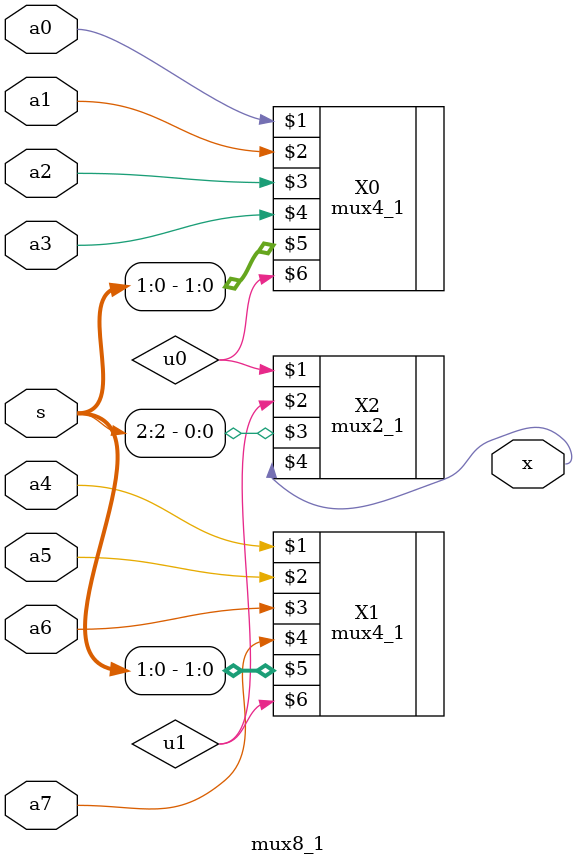
<source format=v>
`timescale 1ns / 1ps
module mux8_1(
    input a0,
    input a1,
    input a2,
    input a3,
    input a4,
    input a5,
    input a6,
    input a7,
    input [2:0] s,
    output x
    );
wire u0,u1;
	 
mux4_1 X0(a0,a1,a2,a3,s[1:0],u0);
mux4_1 X1(a4,a5,a6,a7,s[1:0],u1);
mux2_1 X2(u0,u1,s[2],x);

endmodule

</source>
